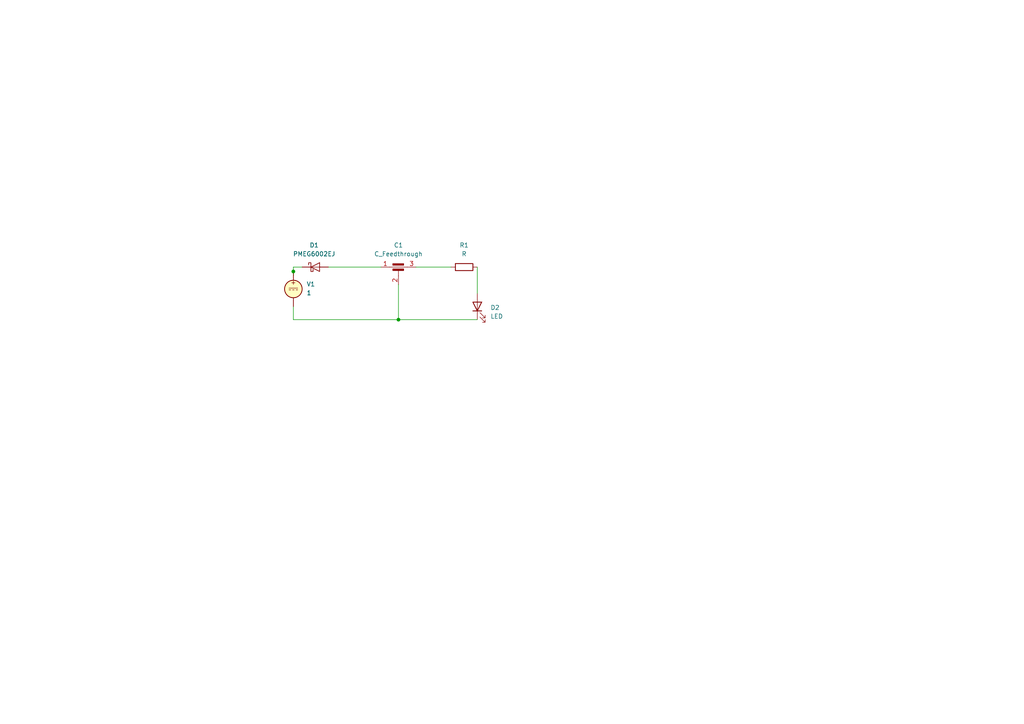
<source format=kicad_sch>
(kicad_sch
	(version 20231120)
	(generator "eeschema")
	(generator_version "8.0")
	(uuid "6605e023-42df-4b42-8119-c38b2ca2d1b4")
	(paper "A4")
	(lib_symbols
		(symbol "Device:C_Feedthrough"
			(pin_names
				(offset 0.254) hide)
			(exclude_from_sim no)
			(in_bom yes)
			(on_board yes)
			(property "Reference" "C"
				(at 0 7.62 0)
				(effects
					(font
						(size 1.27 1.27)
					)
				)
			)
			(property "Value" "C_Feedthrough"
				(at 0 5.715 0)
				(effects
					(font
						(size 1.27 1.27)
					)
				)
			)
			(property "Footprint" ""
				(at 0 0 90)
				(effects
					(font
						(size 1.27 1.27)
					)
					(hide yes)
				)
			)
			(property "Datasheet" "~"
				(at 0 0 90)
				(effects
					(font
						(size 1.27 1.27)
					)
					(hide yes)
				)
			)
			(property "Description" "Feedthrough capacitor"
				(at 0 0 0)
				(effects
					(font
						(size 1.27 1.27)
					)
					(hide yes)
				)
			)
			(property "ki_keywords" "EMI filter feedthrough capacitor"
				(at 0 0 0)
				(effects
					(font
						(size 1.27 1.27)
					)
					(hide yes)
				)
			)
			(symbol "C_Feedthrough_0_1"
				(rectangle
					(start -1.651 1.524)
					(end 1.524 2.032)
					(stroke
						(width 0)
						(type default)
					)
					(fill
						(type outline)
					)
				)
				(polyline
					(pts
						(xy -2.54 2.54) (xy 2.54 2.54)
					)
					(stroke
						(width 0)
						(type default)
					)
					(fill
						(type none)
					)
				)
				(polyline
					(pts
						(xy 0 0) (xy 0 1.778)
					)
					(stroke
						(width 0)
						(type default)
					)
					(fill
						(type none)
					)
				)
				(rectangle
					(start 1.524 3.048)
					(end -1.651 3.556)
					(stroke
						(width 0)
						(type default)
					)
					(fill
						(type outline)
					)
				)
			)
			(symbol "C_Feedthrough_1_1"
				(pin passive line
					(at -5.08 2.54 0)
					(length 2.54)
					(name "1"
						(effects
							(font
								(size 1.27 1.27)
							)
						)
					)
					(number "1"
						(effects
							(font
								(size 1.27 1.27)
							)
						)
					)
				)
				(pin passive line
					(at 0 -2.54 90)
					(length 2.54)
					(name "2"
						(effects
							(font
								(size 1.27 1.27)
							)
						)
					)
					(number "2"
						(effects
							(font
								(size 1.27 1.27)
							)
						)
					)
				)
				(pin passive line
					(at 5.08 2.54 180)
					(length 2.54)
					(name "3"
						(effects
							(font
								(size 1.27 1.27)
							)
						)
					)
					(number "3"
						(effects
							(font
								(size 1.27 1.27)
							)
						)
					)
				)
			)
		)
		(symbol "Device:LED"
			(pin_numbers hide)
			(pin_names
				(offset 1.016) hide)
			(exclude_from_sim no)
			(in_bom yes)
			(on_board yes)
			(property "Reference" "D"
				(at 0 2.54 0)
				(effects
					(font
						(size 1.27 1.27)
					)
				)
			)
			(property "Value" "LED"
				(at 0 -2.54 0)
				(effects
					(font
						(size 1.27 1.27)
					)
				)
			)
			(property "Footprint" ""
				(at 0 0 0)
				(effects
					(font
						(size 1.27 1.27)
					)
					(hide yes)
				)
			)
			(property "Datasheet" "~"
				(at 0 0 0)
				(effects
					(font
						(size 1.27 1.27)
					)
					(hide yes)
				)
			)
			(property "Description" "Light emitting diode"
				(at 0 0 0)
				(effects
					(font
						(size 1.27 1.27)
					)
					(hide yes)
				)
			)
			(property "ki_keywords" "LED diode"
				(at 0 0 0)
				(effects
					(font
						(size 1.27 1.27)
					)
					(hide yes)
				)
			)
			(property "ki_fp_filters" "LED* LED_SMD:* LED_THT:*"
				(at 0 0 0)
				(effects
					(font
						(size 1.27 1.27)
					)
					(hide yes)
				)
			)
			(symbol "LED_0_1"
				(polyline
					(pts
						(xy -1.27 -1.27) (xy -1.27 1.27)
					)
					(stroke
						(width 0.254)
						(type default)
					)
					(fill
						(type none)
					)
				)
				(polyline
					(pts
						(xy -1.27 0) (xy 1.27 0)
					)
					(stroke
						(width 0)
						(type default)
					)
					(fill
						(type none)
					)
				)
				(polyline
					(pts
						(xy 1.27 -1.27) (xy 1.27 1.27) (xy -1.27 0) (xy 1.27 -1.27)
					)
					(stroke
						(width 0.254)
						(type default)
					)
					(fill
						(type none)
					)
				)
				(polyline
					(pts
						(xy -3.048 -0.762) (xy -4.572 -2.286) (xy -3.81 -2.286) (xy -4.572 -2.286) (xy -4.572 -1.524)
					)
					(stroke
						(width 0)
						(type default)
					)
					(fill
						(type none)
					)
				)
				(polyline
					(pts
						(xy -1.778 -0.762) (xy -3.302 -2.286) (xy -2.54 -2.286) (xy -3.302 -2.286) (xy -3.302 -1.524)
					)
					(stroke
						(width 0)
						(type default)
					)
					(fill
						(type none)
					)
				)
			)
			(symbol "LED_1_1"
				(pin passive line
					(at -3.81 0 0)
					(length 2.54)
					(name "K"
						(effects
							(font
								(size 1.27 1.27)
							)
						)
					)
					(number "1"
						(effects
							(font
								(size 1.27 1.27)
							)
						)
					)
				)
				(pin passive line
					(at 3.81 0 180)
					(length 2.54)
					(name "A"
						(effects
							(font
								(size 1.27 1.27)
							)
						)
					)
					(number "2"
						(effects
							(font
								(size 1.27 1.27)
							)
						)
					)
				)
			)
		)
		(symbol "Device:R"
			(pin_numbers hide)
			(pin_names
				(offset 0)
			)
			(exclude_from_sim no)
			(in_bom yes)
			(on_board yes)
			(property "Reference" "R"
				(at 2.032 0 90)
				(effects
					(font
						(size 1.27 1.27)
					)
				)
			)
			(property "Value" "R"
				(at 0 0 90)
				(effects
					(font
						(size 1.27 1.27)
					)
				)
			)
			(property "Footprint" ""
				(at -1.778 0 90)
				(effects
					(font
						(size 1.27 1.27)
					)
					(hide yes)
				)
			)
			(property "Datasheet" "~"
				(at 0 0 0)
				(effects
					(font
						(size 1.27 1.27)
					)
					(hide yes)
				)
			)
			(property "Description" "Resistor"
				(at 0 0 0)
				(effects
					(font
						(size 1.27 1.27)
					)
					(hide yes)
				)
			)
			(property "ki_keywords" "R res resistor"
				(at 0 0 0)
				(effects
					(font
						(size 1.27 1.27)
					)
					(hide yes)
				)
			)
			(property "ki_fp_filters" "R_*"
				(at 0 0 0)
				(effects
					(font
						(size 1.27 1.27)
					)
					(hide yes)
				)
			)
			(symbol "R_0_1"
				(rectangle
					(start -1.016 -2.54)
					(end 1.016 2.54)
					(stroke
						(width 0.254)
						(type default)
					)
					(fill
						(type none)
					)
				)
			)
			(symbol "R_1_1"
				(pin passive line
					(at 0 3.81 270)
					(length 1.27)
					(name "~"
						(effects
							(font
								(size 1.27 1.27)
							)
						)
					)
					(number "1"
						(effects
							(font
								(size 1.27 1.27)
							)
						)
					)
				)
				(pin passive line
					(at 0 -3.81 90)
					(length 1.27)
					(name "~"
						(effects
							(font
								(size 1.27 1.27)
							)
						)
					)
					(number "2"
						(effects
							(font
								(size 1.27 1.27)
							)
						)
					)
				)
			)
		)
		(symbol "Diode:PMEG6002EJ"
			(pin_numbers hide)
			(pin_names hide)
			(exclude_from_sim no)
			(in_bom yes)
			(on_board yes)
			(property "Reference" "D"
				(at 0 2.54 0)
				(effects
					(font
						(size 1.27 1.27)
					)
				)
			)
			(property "Value" "PMEG6002EJ"
				(at 0 -2.54 0)
				(effects
					(font
						(size 1.27 1.27)
					)
				)
			)
			(property "Footprint" "Diode_SMD:D_SOD-323F"
				(at 0 -4.445 0)
				(effects
					(font
						(size 1.27 1.27)
					)
					(hide yes)
				)
			)
			(property "Datasheet" "https://assets.nexperia.com/documents/data-sheet/PMEG6002EJ.pdf"
				(at 0 0 0)
				(effects
					(font
						(size 1.27 1.27)
					)
					(hide yes)
				)
			)
			(property "Description" "60V, 200mA very low Vf MEGA Schottky barrier rectifier, SOD-323F"
				(at 0 0 0)
				(effects
					(font
						(size 1.27 1.27)
					)
					(hide yes)
				)
			)
			(property "ki_keywords" "forward voltage diode"
				(at 0 0 0)
				(effects
					(font
						(size 1.27 1.27)
					)
					(hide yes)
				)
			)
			(property "ki_fp_filters" "D*SOD?323F*"
				(at 0 0 0)
				(effects
					(font
						(size 1.27 1.27)
					)
					(hide yes)
				)
			)
			(symbol "PMEG6002EJ_0_1"
				(polyline
					(pts
						(xy 1.27 0) (xy -1.27 0)
					)
					(stroke
						(width 0)
						(type default)
					)
					(fill
						(type none)
					)
				)
				(polyline
					(pts
						(xy 1.27 1.27) (xy 1.27 -1.27) (xy -1.27 0) (xy 1.27 1.27)
					)
					(stroke
						(width 0.2032)
						(type default)
					)
					(fill
						(type none)
					)
				)
				(polyline
					(pts
						(xy -1.905 0.635) (xy -1.905 1.27) (xy -1.27 1.27) (xy -1.27 -1.27) (xy -0.635 -1.27) (xy -0.635 -0.635)
					)
					(stroke
						(width 0.2032)
						(type default)
					)
					(fill
						(type none)
					)
				)
			)
			(symbol "PMEG6002EJ_1_1"
				(pin passive line
					(at -3.81 0 0)
					(length 2.54)
					(name "K"
						(effects
							(font
								(size 1.27 1.27)
							)
						)
					)
					(number "1"
						(effects
							(font
								(size 1.27 1.27)
							)
						)
					)
				)
				(pin passive line
					(at 3.81 0 180)
					(length 2.54)
					(name "A"
						(effects
							(font
								(size 1.27 1.27)
							)
						)
					)
					(number "2"
						(effects
							(font
								(size 1.27 1.27)
							)
						)
					)
				)
			)
		)
		(symbol "Simulation_SPICE:VDC"
			(pin_numbers hide)
			(pin_names
				(offset 0.0254)
			)
			(exclude_from_sim no)
			(in_bom yes)
			(on_board yes)
			(property "Reference" "V"
				(at 2.54 2.54 0)
				(effects
					(font
						(size 1.27 1.27)
					)
					(justify left)
				)
			)
			(property "Value" "1"
				(at 2.54 0 0)
				(effects
					(font
						(size 1.27 1.27)
					)
					(justify left)
				)
			)
			(property "Footprint" ""
				(at 0 0 0)
				(effects
					(font
						(size 1.27 1.27)
					)
					(hide yes)
				)
			)
			(property "Datasheet" "https://ngspice.sourceforge.io/docs/ngspice-html-manual/manual.xhtml#sec_Independent_Sources_for"
				(at 0 0 0)
				(effects
					(font
						(size 1.27 1.27)
					)
					(hide yes)
				)
			)
			(property "Description" "Voltage source, DC"
				(at 0 0 0)
				(effects
					(font
						(size 1.27 1.27)
					)
					(hide yes)
				)
			)
			(property "Sim.Pins" "1=+ 2=-"
				(at 0 0 0)
				(effects
					(font
						(size 1.27 1.27)
					)
					(hide yes)
				)
			)
			(property "Sim.Type" "DC"
				(at 0 0 0)
				(effects
					(font
						(size 1.27 1.27)
					)
					(hide yes)
				)
			)
			(property "Sim.Device" "V"
				(at 0 0 0)
				(effects
					(font
						(size 1.27 1.27)
					)
					(justify left)
					(hide yes)
				)
			)
			(property "ki_keywords" "simulation"
				(at 0 0 0)
				(effects
					(font
						(size 1.27 1.27)
					)
					(hide yes)
				)
			)
			(symbol "VDC_0_0"
				(polyline
					(pts
						(xy -1.27 0.254) (xy 1.27 0.254)
					)
					(stroke
						(width 0)
						(type default)
					)
					(fill
						(type none)
					)
				)
				(polyline
					(pts
						(xy -0.762 -0.254) (xy -1.27 -0.254)
					)
					(stroke
						(width 0)
						(type default)
					)
					(fill
						(type none)
					)
				)
				(polyline
					(pts
						(xy 0.254 -0.254) (xy -0.254 -0.254)
					)
					(stroke
						(width 0)
						(type default)
					)
					(fill
						(type none)
					)
				)
				(polyline
					(pts
						(xy 1.27 -0.254) (xy 0.762 -0.254)
					)
					(stroke
						(width 0)
						(type default)
					)
					(fill
						(type none)
					)
				)
				(text "+"
					(at 0 1.905 0)
					(effects
						(font
							(size 1.27 1.27)
						)
					)
				)
			)
			(symbol "VDC_0_1"
				(circle
					(center 0 0)
					(radius 2.54)
					(stroke
						(width 0.254)
						(type default)
					)
					(fill
						(type background)
					)
				)
			)
			(symbol "VDC_1_1"
				(pin passive line
					(at 0 5.08 270)
					(length 2.54)
					(name "~"
						(effects
							(font
								(size 1.27 1.27)
							)
						)
					)
					(number "1"
						(effects
							(font
								(size 1.27 1.27)
							)
						)
					)
				)
				(pin passive line
					(at 0 -5.08 90)
					(length 2.54)
					(name "~"
						(effects
							(font
								(size 1.27 1.27)
							)
						)
					)
					(number "2"
						(effects
							(font
								(size 1.27 1.27)
							)
						)
					)
				)
			)
		)
	)
	(junction
		(at 115.57 92.71)
		(diameter 0)
		(color 0 0 0 0)
		(uuid "c4d99846-8c7c-42b9-9840-47f9dccc9b61")
	)
	(junction
		(at 85.09 78.74)
		(diameter 0)
		(color 0 0 0 0)
		(uuid "f3fe12f1-013d-4b88-b606-1712b9119947")
	)
	(wire
		(pts
			(xy 95.25 77.47) (xy 110.49 77.47)
		)
		(stroke
			(width 0)
			(type default)
		)
		(uuid "45702985-9819-4f25-a71a-73d7eee527b4")
	)
	(wire
		(pts
			(xy 85.09 77.47) (xy 85.09 78.74)
		)
		(stroke
			(width 0)
			(type default)
		)
		(uuid "4b521c61-2173-4e02-a11c-621e597a39b0")
	)
	(wire
		(pts
			(xy 115.57 82.55) (xy 115.57 92.71)
		)
		(stroke
			(width 0)
			(type default)
		)
		(uuid "57288229-5339-4afa-8980-c0113b9810ad")
	)
	(wire
		(pts
			(xy 87.63 77.47) (xy 85.09 77.47)
		)
		(stroke
			(width 0)
			(type default)
		)
		(uuid "6d924dd0-4e44-4494-b4b7-2586a9013eab")
	)
	(wire
		(pts
			(xy 85.09 88.9) (xy 85.09 92.71)
		)
		(stroke
			(width 0)
			(type default)
		)
		(uuid "81e9424a-4ee1-4179-bbbd-b2b6b69a9e60")
	)
	(wire
		(pts
			(xy 85.09 78.74) (xy 85.09 80.01)
		)
		(stroke
			(width 0)
			(type default)
		)
		(uuid "99240ee1-d4df-4bc1-8c70-ff0d070bfeed")
	)
	(wire
		(pts
			(xy 115.57 92.71) (xy 138.43 92.71)
		)
		(stroke
			(width 0)
			(type default)
		)
		(uuid "ccd7cd9c-b314-4725-96da-8ad87ba77207")
	)
	(wire
		(pts
			(xy 120.65 77.47) (xy 130.81 77.47)
		)
		(stroke
			(width 0)
			(type default)
		)
		(uuid "d2b14f1a-e986-4a52-8656-4a743ca93db2")
	)
	(wire
		(pts
			(xy 138.43 77.47) (xy 138.43 85.09)
		)
		(stroke
			(width 0)
			(type default)
		)
		(uuid "e295c6ed-1b1b-47e0-97e2-51411ab20631")
	)
	(wire
		(pts
			(xy 85.09 92.71) (xy 115.57 92.71)
		)
		(stroke
			(width 0)
			(type default)
		)
		(uuid "f8f9ce19-7f32-4de6-8489-bda03c55cf8b")
	)
	(symbol
		(lib_id "Diode:PMEG6002EJ")
		(at 91.44 77.47 0)
		(unit 1)
		(exclude_from_sim no)
		(in_bom yes)
		(on_board yes)
		(dnp no)
		(fields_autoplaced yes)
		(uuid "574d5f9c-b044-4daf-b3fc-9450c574b227")
		(property "Reference" "D1"
			(at 91.1225 71.12 0)
			(effects
				(font
					(size 1.27 1.27)
				)
			)
		)
		(property "Value" "PMEG6002EJ"
			(at 91.1225 73.66 0)
			(effects
				(font
					(size 1.27 1.27)
				)
			)
		)
		(property "Footprint" "Diode_SMD:D_SOD-323F"
			(at 91.44 81.915 0)
			(effects
				(font
					(size 1.27 1.27)
				)
				(hide yes)
			)
		)
		(property "Datasheet" "https://assets.nexperia.com/documents/data-sheet/PMEG6002EJ.pdf"
			(at 91.44 77.47 0)
			(effects
				(font
					(size 1.27 1.27)
				)
				(hide yes)
			)
		)
		(property "Description" "60V, 200mA very low Vf MEGA Schottky barrier rectifier, SOD-323F"
			(at 91.44 77.47 0)
			(effects
				(font
					(size 1.27 1.27)
				)
				(hide yes)
			)
		)
		(pin "2"
			(uuid "7e38665d-4f27-42f1-992e-3bd667f9e44f")
		)
		(pin "1"
			(uuid "8bb9e9a9-7e6a-4539-ab4a-c38fe286e0cb")
		)
		(instances
			(project ""
				(path "/6605e023-42df-4b42-8119-c38b2ca2d1b4"
					(reference "D1")
					(unit 1)
				)
			)
		)
	)
	(symbol
		(lib_id "Device:R")
		(at 134.62 77.47 90)
		(unit 1)
		(exclude_from_sim no)
		(in_bom yes)
		(on_board yes)
		(dnp no)
		(fields_autoplaced yes)
		(uuid "58be540f-df6e-4b82-8a68-c233efb3f0ab")
		(property "Reference" "R1"
			(at 134.62 71.12 90)
			(effects
				(font
					(size 1.27 1.27)
				)
			)
		)
		(property "Value" "R"
			(at 134.62 73.66 90)
			(effects
				(font
					(size 1.27 1.27)
				)
			)
		)
		(property "Footprint" "Resistor_SMD:R_0603_1608Metric"
			(at 134.62 79.248 90)
			(effects
				(font
					(size 1.27 1.27)
				)
				(hide yes)
			)
		)
		(property "Datasheet" "~"
			(at 134.62 77.47 0)
			(effects
				(font
					(size 1.27 1.27)
				)
				(hide yes)
			)
		)
		(property "Description" "Resistor"
			(at 134.62 77.47 0)
			(effects
				(font
					(size 1.27 1.27)
				)
				(hide yes)
			)
		)
		(pin "2"
			(uuid "9bf27a12-89fc-4744-8cd1-4689db19e7a3")
		)
		(pin "1"
			(uuid "22dc3a13-f1aa-4daf-a261-cfebe7af0b66")
		)
		(instances
			(project ""
				(path "/6605e023-42df-4b42-8119-c38b2ca2d1b4"
					(reference "R1")
					(unit 1)
				)
			)
		)
	)
	(symbol
		(lib_id "Device:C_Feedthrough")
		(at 115.57 80.01 0)
		(unit 1)
		(exclude_from_sim no)
		(in_bom yes)
		(on_board yes)
		(dnp no)
		(fields_autoplaced yes)
		(uuid "77511118-c30b-4ae9-a0c3-98780d81d02f")
		(property "Reference" "C1"
			(at 115.57 71.12 0)
			(effects
				(font
					(size 1.27 1.27)
				)
			)
		)
		(property "Value" "C_Feedthrough"
			(at 115.57 73.66 0)
			(effects
				(font
					(size 1.27 1.27)
				)
			)
		)
		(property "Footprint" "Capacitor_SMD:C_0201_0603Metric"
			(at 115.57 80.01 90)
			(effects
				(font
					(size 1.27 1.27)
				)
				(hide yes)
			)
		)
		(property "Datasheet" "~"
			(at 115.57 80.01 90)
			(effects
				(font
					(size 1.27 1.27)
				)
				(hide yes)
			)
		)
		(property "Description" "Feedthrough capacitor"
			(at 115.57 80.01 0)
			(effects
				(font
					(size 1.27 1.27)
				)
				(hide yes)
			)
		)
		(pin "3"
			(uuid "f8f1ff73-f032-40a6-9e55-46aa0751d4f4")
		)
		(pin "1"
			(uuid "d3dceb4f-812b-45c6-9db4-7c164ebffb9a")
		)
		(pin "2"
			(uuid "a8f8b966-c1d6-48a6-ae83-463f8b23b5fa")
		)
		(instances
			(project ""
				(path "/6605e023-42df-4b42-8119-c38b2ca2d1b4"
					(reference "C1")
					(unit 1)
				)
			)
		)
	)
	(symbol
		(lib_id "Device:LED")
		(at 138.43 88.9 90)
		(unit 1)
		(exclude_from_sim no)
		(in_bom yes)
		(on_board yes)
		(dnp no)
		(fields_autoplaced yes)
		(uuid "cbddb99c-921d-42ec-976d-faba01f7f81d")
		(property "Reference" "D2"
			(at 142.24 89.2174 90)
			(effects
				(font
					(size 1.27 1.27)
				)
				(justify right)
			)
		)
		(property "Value" "LED"
			(at 142.24 91.7574 90)
			(effects
				(font
					(size 1.27 1.27)
				)
				(justify right)
			)
		)
		(property "Footprint" "LED_SMD:LED_PLCC-2_3x2mm_AK"
			(at 138.43 88.9 0)
			(effects
				(font
					(size 1.27 1.27)
				)
				(hide yes)
			)
		)
		(property "Datasheet" "~"
			(at 138.43 88.9 0)
			(effects
				(font
					(size 1.27 1.27)
				)
				(hide yes)
			)
		)
		(property "Description" "Light emitting diode"
			(at 138.43 88.9 0)
			(effects
				(font
					(size 1.27 1.27)
				)
				(hide yes)
			)
		)
		(pin "2"
			(uuid "4c6771bf-c37a-4e1f-becc-0dd808bd3bc9")
		)
		(pin "1"
			(uuid "3a97ee54-52ee-4ae0-8c81-cdb22108d2da")
		)
		(instances
			(project ""
				(path "/6605e023-42df-4b42-8119-c38b2ca2d1b4"
					(reference "D2")
					(unit 1)
				)
			)
		)
	)
	(symbol
		(lib_id "Simulation_SPICE:VDC")
		(at 85.09 83.82 0)
		(unit 1)
		(exclude_from_sim no)
		(in_bom yes)
		(on_board yes)
		(dnp no)
		(fields_autoplaced yes)
		(uuid "ecb52805-0310-4a47-9e4f-9e27419f7552")
		(property "Reference" "V1"
			(at 88.9 82.4201 0)
			(effects
				(font
					(size 1.27 1.27)
				)
				(justify left)
			)
		)
		(property "Value" "1"
			(at 88.9 84.9601 0)
			(effects
				(font
					(size 1.27 1.27)
				)
				(justify left)
			)
		)
		(property "Footprint" "TerminalBlock:TerminalBlock_bornier-2_P5.08mm"
			(at 85.09 83.82 0)
			(effects
				(font
					(size 1.27 1.27)
				)
				(hide yes)
			)
		)
		(property "Datasheet" "https://ngspice.sourceforge.io/docs/ngspice-html-manual/manual.xhtml#sec_Independent_Sources_for"
			(at 85.09 83.82 0)
			(effects
				(font
					(size 1.27 1.27)
				)
				(hide yes)
			)
		)
		(property "Description" "Voltage source, DC"
			(at 85.09 83.82 0)
			(effects
				(font
					(size 1.27 1.27)
				)
				(hide yes)
			)
		)
		(property "Sim.Pins" "1=+ 2=-"
			(at 85.09 83.82 0)
			(effects
				(font
					(size 1.27 1.27)
				)
				(hide yes)
			)
		)
		(property "Sim.Type" "DC"
			(at 85.09 83.82 0)
			(effects
				(font
					(size 1.27 1.27)
				)
				(hide yes)
			)
		)
		(property "Sim.Device" "V"
			(at 85.09 83.82 0)
			(effects
				(font
					(size 1.27 1.27)
				)
				(justify left)
				(hide yes)
			)
		)
		(pin "2"
			(uuid "beba2a63-b3b4-4182-b8b5-6e8709dc1e7c")
		)
		(pin "1"
			(uuid "4addfc1c-a7d4-432a-9434-4b8d0e4c64ee")
		)
		(instances
			(project ""
				(path "/6605e023-42df-4b42-8119-c38b2ca2d1b4"
					(reference "V1")
					(unit 1)
				)
			)
		)
	)
	(sheet_instances
		(path "/"
			(page "1")
		)
	)
)

</source>
